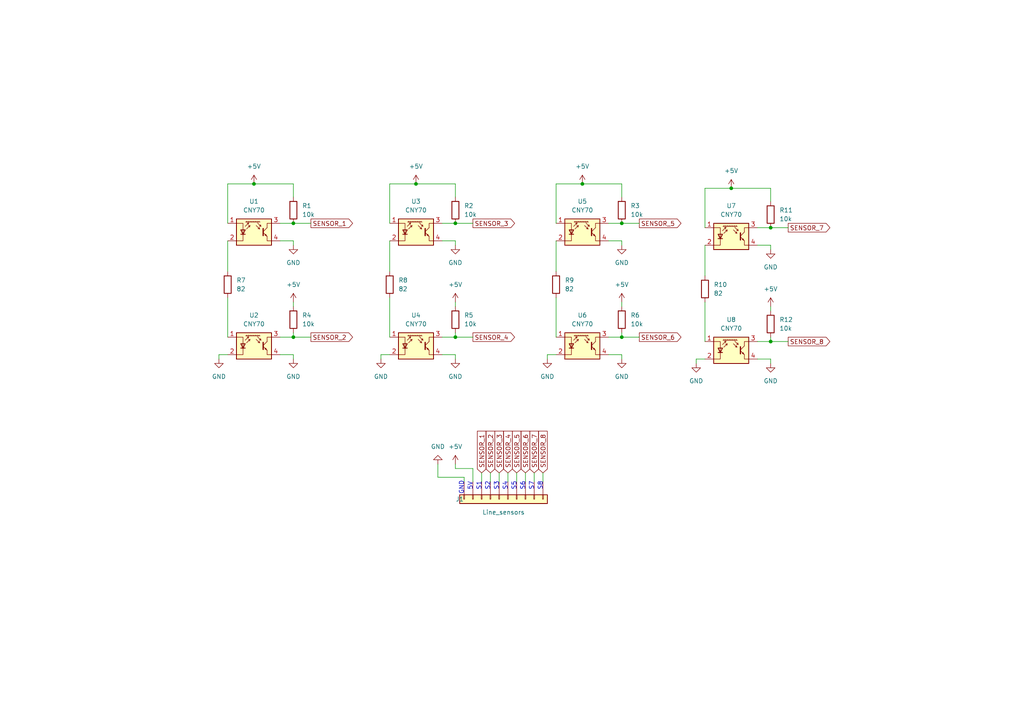
<source format=kicad_sch>
(kicad_sch (version 20230121) (generator eeschema)
  (paper "A4")
  (lib_symbols
    (symbol "Connector_Generic:Conn_01x10" (pin_numbers hide) (pin_names (offset 1.016) hide)
      (property "Reference" "J" (at 0 12.7 0))
      (property "Value" "Conn_01x10" (at 0 -15.24 0))
      (symbol "Conn_01x10_1_1"
        (rectangle (start -1.27 -12.573) (end 0 -12.827) (stroke (width 0.1524)))
        (rectangle (start -1.27 -10.033) (end 0 -10.287) (stroke (width 0.1524)))
        (rectangle (start -1.27 -7.493) (end 0 -7.747) (stroke (width 0.1524)))
        (rectangle (start -1.27 -4.953) (end 0 -5.207) (stroke (width 0.1524)))
        (rectangle (start -1.27 -2.413) (end 0 -2.667) (stroke (width 0.1524)))
        (rectangle (start -1.27 0.127) (end 0 -0.127) (stroke (width 0.1524)))
        (rectangle (start -1.27 2.667) (end 0 2.413) (stroke (width 0.1524)))
        (rectangle (start -1.27 5.207) (end 0 4.953) (stroke (width 0.1524)))
        (rectangle (start -1.27 7.747) (end 0 7.493) (stroke (width 0.1524)))
        (rectangle (start -1.27 10.287) (end 0 10.033) (stroke (width 0.1524)))
        (rectangle (start -1.27 11.43) (end 1.27 -13.97) (stroke (width 0.254)) (fill (type background)))
        (pin passive line (at -5.08 10.16 0) (length 3.81) (name "Pin_1") (number "1"))
        (pin passive line (at -5.08 -12.7 0) (length 3.81) (name "Pin_10") (number "10"))
        (pin passive line (at -5.08 7.62 0) (length 3.81) (name "Pin_2") (number "2"))
        (pin passive line (at -5.08 5.08 0) (length 3.81) (name "Pin_3") (number "3"))
        (pin passive line (at -5.08 2.54 0) (length 3.81) (name "Pin_4") (number "4"))
        (pin passive line (at -5.08 0 0) (length 3.81) (name "Pin_5") (number "5"))
        (pin passive line (at -5.08 -2.54 0) (length 3.81) (name "Pin_6") (number "6"))
        (pin passive line (at -5.08 -5.08 0) (length 3.81) (name "Pin_7") (number "7"))
        (pin passive line (at -5.08 -7.62 0) (length 3.81) (name "Pin_8") (number "8"))
        (pin passive line (at -5.08 -10.16 0) (length 3.81) (name "Pin_9") (number "9"))
      )
    )
    (symbol "Device:R" (pin_numbers hide) (pin_names (offset 0))
      (property "Reference" "R" (at 2.032 0 90))
      (property "Value" "R" (at 0 0 90))
      (symbol "R_0_1"
        (rectangle (start -1.016 -2.54) (end 1.016 2.54) (stroke (width 0.254)))
      )
      (symbol "R_1_1"
        (pin passive line (at 0 3.81 270) (length 1.27) (name "~") (number "1"))
        (pin passive line (at 0 -3.81 90) (length 1.27) (name "~") (number "2"))
      )
    )
    (symbol "Sensor_Proximity:CNY70" (pin_names (offset 1.016) hide)
      (property "Reference" "U" (at -5.08 5.08 0))
      (property "Value" "CNY70" (at 5.08 5.08 0))
      (symbol "CNY70_0_1"
        (polyline (pts (xy -3.81 -0.635) (xy -2.54 -0.635)) (stroke (width 0.254)))
        (polyline (pts (xy -2.286 2.921) (xy -2.032 3.175)))
        (polyline (pts (xy -1.778 2.921) (xy -1.524 3.175)))
        (polyline (pts (xy -1.524 2.667) (xy -1.651 2.159)))
        (polyline (pts (xy -1.27 2.921) (xy -1.016 3.175)))
        (polyline (pts (xy -1.143 1.905) (xy -1.27 1.397)))
        (polyline (pts (xy -0.762 2.921) (xy -0.508 3.175)))
        (polyline (pts (xy -0.254 2.921) (xy 0 3.175)))
        (polyline (pts (xy 0.254 2.921) (xy 0.508 3.175)))
        (polyline (pts (xy 0.762 2.921) (xy 1.016 3.175)))
        (polyline (pts (xy 1.27 2.921) (xy 1.524 3.175)))
        (polyline (pts (xy 1.651 0.889) (xy 1.143 1.016)))
        (polyline (pts (xy 1.778 2.921) (xy -2.413 2.921)))
        (polyline (pts (xy 2.032 1.651) (xy 1.524 1.778)))
        (polyline (pts (xy 2.667 -0.127) (xy 3.81 -1.27)))
        (polyline (pts (xy 2.667 0.127) (xy 3.81 1.27)))
        (polyline (pts (xy -2.54 1.651) (xy -1.524 2.667) (xy -2.032 2.54)))
        (polyline (pts (xy -2.159 0.889) (xy -1.143 1.905) (xy -1.651 1.778)))
        (polyline (pts (xy 0.635 1.905) (xy 1.651 0.889) (xy 1.524 1.397)))
        (polyline (pts (xy 1.016 2.667) (xy 2.032 1.651) (xy 1.905 2.159)))
        (polyline (pts (xy 2.667 1.016) (xy 2.667 -1.016) (xy 2.667 -1.016)) (stroke (width 0.3556)))
        (polyline (pts (xy 3.81 -1.27) (xy 3.81 -2.54) (xy 5.08 -2.54)))
        (polyline (pts (xy 3.81 1.27) (xy 3.81 2.54) (xy 5.08 2.54)))
        (polyline (pts (xy -5.08 -2.54) (xy -3.175 -2.54) (xy -3.175 2.54) (xy -5.08 2.54)))
        (polyline (pts (xy -3.175 -0.635) (xy -3.81 0.635) (xy -2.54 0.635) (xy -3.175 -0.635)) (stroke (width 0.254)))
        (polyline (pts (xy 3.683 -1.143) (xy 3.429 -0.635) (xy 3.175 -0.889) (xy 3.683 -1.143)))
        (polyline (pts (xy -5.08 -3.81) (xy 5.08 -3.81) (xy 5.08 3.81) (xy -5.08 3.81) (xy -5.08 -3.81)) (stroke (width 0.254)) (fill (type background)))
      )
      (symbol "CNY70_1_1"
        (pin passive line (at -7.62 2.54 0) (length 2.54) (name "A") (number "1"))
        (pin passive line (at -7.62 -2.54 0) (length 2.54) (name "K") (number "2"))
        (pin open_collector line (at 7.62 2.54 180) (length 2.54) (name "C") (number "3"))
        (pin open_emitter line (at 7.62 -2.54 180) (length 2.54) (name "E") (number "4"))
      )
    )
    (symbol "power:+5V" (power) (pin_names (offset 0))
      (property "Value" "+5V" (at 0 3.556 0))
      (symbol "+5V_0_1"
        (polyline (pts (xy -0.762 1.27) (xy 0 2.54)))
        (polyline (pts (xy 0 0) (xy 0 2.54)))
        (polyline (pts (xy 0 2.54) (xy 0.762 1.27)))
      )
      (symbol "+5V_1_1"
        (pin power_in line (at 0 0 90) (length 0) hide (name "+5V") (number "1"))
      )
    )
    (symbol "power:GND" (power) (pin_names (offset 0))
      (property "Value" "GND" (at 0 -3.81 0))
      (symbol "GND_0_1"
        (polyline (pts (xy 0 0) (xy 0 -1.27) (xy 1.27 -1.27) (xy 0 -2.54) (xy -1.27 -1.27) (xy 0 -1.27)))
      )
      (symbol "GND_1_1"
        (pin power_in line (at 0 0 270) (length 0) hide (name "GND") (number "1"))
      )
    )
  )
  (junction (at 180.34 64.77))
  (junction (at 132.08 64.77))
  (junction (at 120.65 53.34))
  (junction (at 132.08 97.79))
  (junction (at 73.66 53.34))
  (junction (at 223.52 99.06))
  (junction (at 180.34 97.79))
  (junction (at 85.09 97.79))
  (junction (at 168.91 53.34))
  (junction (at 212.09 54.61))
  (junction (at 223.52 66.04))
  (junction (at 85.09 64.77))
  (wire (pts (xy 157.48 137.16) (xy 157.48 139.7)))
  (wire (pts (xy 223.52 97.79) (xy 223.52 99.06)))
  (wire (pts (xy 180.34 102.87) (xy 180.34 104.14)))
  (wire (pts (xy 176.53 102.87) (xy 180.34 102.87)))
  (wire (pts (xy 223.52 58.42) (xy 223.52 54.61)))
  (wire (pts (xy 219.71 66.04) (xy 223.52 66.04)))
  (wire (pts (xy 219.71 104.14) (xy 223.52 104.14)))
  (wire (pts (xy 158.75 102.87) (xy 158.75 104.14)))
  (wire (pts (xy 81.28 97.79) (xy 85.09 97.79)))
  (wire (pts (xy 201.93 104.14) (xy 201.93 105.41)))
  (wire (pts (xy 180.34 88.9) (xy 180.34 87.63)))
  (wire (pts (xy 113.03 86.36) (xy 113.03 97.79)))
  (wire (pts (xy 161.29 102.87) (xy 158.75 102.87)))
  (wire (pts (xy 66.04 69.85) (xy 66.04 78.74)))
  (wire (pts (xy 180.34 96.52) (xy 180.34 97.79)))
  (wire (pts (xy 81.28 69.85) (xy 85.09 69.85)))
  (wire (pts (xy 180.34 57.15) (xy 180.34 53.34)))
  (wire (pts (xy 132.08 96.52) (xy 132.08 97.79)))
  (wire (pts (xy 219.71 99.06) (xy 223.52 99.06)))
  (wire (pts (xy 204.47 54.61) (xy 212.09 54.61)))
  (wire (pts (xy 204.47 87.63) (xy 204.47 99.06)))
  (wire (pts (xy 223.52 54.61) (xy 212.09 54.61)))
  (wire (pts (xy 219.71 71.12) (xy 223.52 71.12)))
  (wire (pts (xy 113.03 102.87) (xy 110.49 102.87)))
  (wire (pts (xy 223.52 104.14) (xy 223.52 105.41)))
  (wire (pts (xy 132.08 57.15) (xy 132.08 53.34)))
  (wire (pts (xy 147.32 137.16) (xy 147.32 139.7)))
  (wire (pts (xy 180.34 69.85) (xy 180.34 71.12)))
  (wire (pts (xy 180.34 97.79) (xy 185.42 97.79)))
  (wire (pts (xy 161.29 86.36) (xy 161.29 97.79)))
  (wire (pts (xy 176.53 69.85) (xy 180.34 69.85)))
  (wire (pts (xy 66.04 86.36) (xy 66.04 97.79)))
  (wire (pts (xy 204.47 71.12) (xy 204.47 80.01)))
  (wire (pts (xy 128.27 64.77) (xy 132.08 64.77)))
  (wire (pts (xy 149.86 137.16) (xy 149.86 139.7)))
  (wire (pts (xy 85.09 69.85) (xy 85.09 71.12)))
  (wire (pts (xy 81.28 64.77) (xy 85.09 64.77)))
  (wire (pts (xy 113.03 69.85) (xy 113.03 78.74)))
  (wire (pts (xy 132.08 88.9) (xy 132.08 87.63)))
  (wire (pts (xy 113.03 64.77) (xy 113.03 53.34)))
  (wire (pts (xy 66.04 102.87) (xy 63.5 102.87)))
  (wire (pts (xy 161.29 53.34) (xy 168.91 53.34)))
  (wire (pts (xy 204.47 66.04) (xy 204.47 54.61)))
  (wire (pts (xy 223.52 71.12) (xy 223.52 72.39)))
  (wire (pts (xy 223.52 90.17) (xy 223.52 88.9)))
  (wire (pts (xy 132.08 135.89) (xy 137.16 135.89)))
  (wire (pts (xy 85.09 53.34) (xy 73.66 53.34)))
  (wire (pts (xy 144.78 137.16) (xy 144.78 139.7)))
  (wire (pts (xy 176.53 64.77) (xy 180.34 64.77)))
  (wire (pts (xy 85.09 102.87) (xy 85.09 104.14)))
  (wire (pts (xy 132.08 64.77) (xy 137.16 64.77)))
  (wire (pts (xy 85.09 97.79) (xy 90.17 97.79)))
  (wire (pts (xy 128.27 69.85) (xy 132.08 69.85)))
  (wire (pts (xy 85.09 57.15) (xy 85.09 53.34)))
  (wire (pts (xy 161.29 64.77) (xy 161.29 53.34)))
  (wire (pts (xy 134.62 138.43) (xy 134.62 139.7)))
  (wire (pts (xy 152.4 137.16) (xy 152.4 139.7)))
  (wire (pts (xy 139.7 137.16) (xy 139.7 139.7)))
  (wire (pts (xy 128.27 97.79) (xy 132.08 97.79)))
  (wire (pts (xy 180.34 64.77) (xy 185.42 64.77)))
  (wire (pts (xy 85.09 64.77) (xy 90.17 64.77)))
  (wire (pts (xy 180.34 53.34) (xy 168.91 53.34)))
  (wire (pts (xy 223.52 66.04) (xy 228.6 66.04)))
  (wire (pts (xy 132.08 134.62) (xy 132.08 135.89)))
  (wire (pts (xy 142.24 137.16) (xy 142.24 139.7)))
  (wire (pts (xy 154.94 137.16) (xy 154.94 139.7)))
  (wire (pts (xy 132.08 53.34) (xy 120.65 53.34)))
  (wire (pts (xy 85.09 96.52) (xy 85.09 97.79)))
  (wire (pts (xy 204.47 104.14) (xy 201.93 104.14)))
  (wire (pts (xy 63.5 102.87) (xy 63.5 104.14)))
  (wire (pts (xy 137.16 135.89) (xy 137.16 139.7)))
  (wire (pts (xy 85.09 88.9) (xy 85.09 87.63)))
  (wire (pts (xy 127 134.62) (xy 127 138.43)))
  (wire (pts (xy 127 138.43) (xy 134.62 138.43)))
  (wire (pts (xy 223.52 99.06) (xy 228.6 99.06)))
  (wire (pts (xy 176.53 97.79) (xy 180.34 97.79)))
  (wire (pts (xy 128.27 102.87) (xy 132.08 102.87)))
  (wire (pts (xy 132.08 69.85) (xy 132.08 71.12)))
  (wire (pts (xy 132.08 97.79) (xy 137.16 97.79)))
  (wire (pts (xy 132.08 102.87) (xy 132.08 104.14)))
  (wire (pts (xy 66.04 64.77) (xy 66.04 53.34)))
  (wire (pts (xy 161.29 69.85) (xy 161.29 78.74)))
  (wire (pts (xy 113.03 53.34) (xy 120.65 53.34)))
  (wire (pts (xy 110.49 102.87) (xy 110.49 104.14)))
  (wire (pts (xy 81.28 102.87) (xy 85.09 102.87)))
  (wire (pts (xy 66.04 53.34) (xy 73.66 53.34)))
  (text "S6" (at 152.4 142.24 90) (effects (font (size 1.27 1.27)) (justify left bottom)))
  (text "S1" (at 139.7 142.24 90) (effects (font (size 1.27 1.27)) (justify left bottom)))
  (text "S4" (at 147.32 142.24 90) (effects (font (size 1.27 1.27)) (justify left bottom)))
  (text "S5" (at 149.86 142.24 90) (effects (font (size 1.27 1.27)) (justify left bottom)))
  (text "S8" (at 157.48 142.24 90) (effects (font (size 1.27 1.27)) (justify left bottom)))
  (text "S3" (at 144.78 142.24 90) (effects (font (size 1.27 1.27)) (justify left bottom)))
  (text "S2" (at 142.24 142.24 90) (effects (font (size 1.27 1.27)) (justify left bottom)))
  (text "S7" (at 154.94 142.24 90) (effects (font (size 1.27 1.27)) (justify left bottom)))
  (text "GND" (at 134.62 143.51 90) (effects (font (size 1.27 1.27)) (justify left bottom)))
  (text "5V" (at 137.16 142.24 90) (effects (font (size 1.27 1.27)) (justify left bottom)))
  (global_label "SENSOR_4" (shape output) (at 137.16 97.79 0) (property "Intersheetrefs" "${INTERSHEET_REFS}" (effects hide)))
  (global_label "SENSOR_3" (shape output) (at 137.16 64.77 0) (property "Intersheetrefs" "${INTERSHEET_REFS}" (effects hide)))
  (global_label "SENSOR_5" (shape input) (at 149.86 137.16 90) (property "Intersheetrefs" "${INTERSHEET_REFS}" (effects hide)))
  (global_label "SENSOR_2" (shape input) (at 142.24 137.16 90) (property "Intersheetrefs" "${INTERSHEET_REFS}" (effects hide)))
  (global_label "SENSOR_7" (shape input) (at 154.94 137.16 90) (property "Intersheetrefs" "${INTERSHEET_REFS}" (effects hide)))
  (global_label "SENSOR_1" (shape output) (at 90.17 64.77 0) (property "Intersheetrefs" "${INTERSHEET_REFS}" (effects hide)))
  (global_label "SENSOR_1" (shape input) (at 139.7 137.16 90) (property "Intersheetrefs" "${INTERSHEET_REFS}" (effects hide)))
  (global_label "SENSOR_4" (shape input) (at 147.32 137.16 90) (property "Intersheetrefs" "${INTERSHEET_REFS}" (effects hide)))
  (global_label "SENSOR_6" (shape input) (at 152.4 137.16 90) (property "Intersheetrefs" "${INTERSHEET_REFS}" (effects hide)))
  (global_label "SENSOR_2" (shape output) (at 90.17 97.79 0) (property "Intersheetrefs" "${INTERSHEET_REFS}" (effects hide)))
  (global_label "SENSOR_6" (shape output) (at 185.42 97.79 0) (property "Intersheetrefs" "${INTERSHEET_REFS}" (effects hide)))
  (global_label "SENSOR_5" (shape output) (at 185.42 64.77 0) (property "Intersheetrefs" "${INTERSHEET_REFS}" (effects hide)))
  (global_label "SENSOR_8" (shape input) (at 157.48 137.16 90) (property "Intersheetrefs" "${INTERSHEET_REFS}" (effects hide)))
  (global_label "SENSOR_3" (shape input) (at 144.78 137.16 90) (property "Intersheetrefs" "${INTERSHEET_REFS}" (effects hide)))
  (global_label "SENSOR_8" (shape output) (at 228.6 99.06 0) (property "Intersheetrefs" "${INTERSHEET_REFS}" (effects hide)))
  (global_label "SENSOR_7" (shape output) (at 228.6 66.04 0) (property "Intersheetrefs" "${INTERSHEET_REFS}" (effects hide)))
  (symbol (lib_id "Device:R") (at 85.09 92.71 0) (unit 1)
    (property "Reference" "R4" (at 87.63 91.44 0) (effects (justify left)))
    (property "Value" "10k" (at 87.63 93.98 0) (effects (justify left)))
    (property "Footprint" "Resistor_SMD:R_1206_3216Metric_Pad1.30x1.75mm_HandSolder" (effects hide))
  )
  (symbol (lib_id "Sensor_Proximity:CNY70") (at 212.09 101.6 0) (unit 1)
    (property "Reference" "U8" (at 212.09 92.71 0))
    (property "Value" "CNY70" (at 212.09 95.25 0))
    (property "Footprint" "OptoDevice:Vishay_CNY70" (effects hide))
    (property "Datasheet" "https://www.vishay.com/docs/83751/cny70.pdf" (effects hide))
  )
  (symbol (lib_id "power:+5V") (at 223.52 88.9 0) (unit 1)
    (property "Reference" "#PWR021" (effects hide))
    (property "Value" "+5V" (at 223.52 83.82 0))
  )
  (symbol (lib_id "power:+5V") (at 120.65 53.34 0) (unit 1)
    (property "Reference" "#PWR02" (effects hide))
    (property "Value" "+5V" (at 120.65 48.26 0))
  )
  (symbol (lib_id "Sensor_Proximity:CNY70") (at 168.91 67.31 0) (unit 1)
    (property "Reference" "U5" (at 168.91 58.42 0))
    (property "Value" "CNY70" (at 168.91 60.96 0))
    (property "Footprint" "OptoDevice:Vishay_CNY70" (effects hide))
    (property "Datasheet" "https://www.vishay.com/docs/83751/cny70.pdf" (effects hide))
  )
  (symbol (lib_id "Device:R") (at 223.52 93.98 0) (unit 1)
    (property "Reference" "R12" (at 226.06 92.71 0) (effects (justify left)))
    (property "Value" "10k" (at 226.06 95.25 0) (effects (justify left)))
    (property "Footprint" "Resistor_SMD:R_1206_3216Metric_Pad1.30x1.75mm_HandSolder" (effects hide))
  )
  (symbol (lib_id "Device:R") (at 132.08 92.71 0) (unit 1)
    (property "Reference" "R5" (at 134.62 91.44 0) (effects (justify left)))
    (property "Value" "10k" (at 134.62 93.98 0) (effects (justify left)))
    (property "Footprint" "Resistor_SMD:R_1206_3216Metric_Pad1.30x1.75mm_HandSolder" (effects hide))
  )
  (symbol (lib_id "power:+5V") (at 212.09 54.61 0) (unit 1)
    (property "Reference" "#PWR019" (effects hide))
    (property "Value" "+5V" (at 212.09 49.53 0))
  )
  (symbol (lib_id "Device:R") (at 113.03 82.55 0) (unit 1)
    (property "Reference" "R8" (at 115.57 81.28 0) (effects (justify left)))
    (property "Value" "82" (at 115.57 83.82 0) (effects (justify left)))
    (property "Footprint" "Resistor_SMD:R_1206_3216Metric_Pad1.30x1.75mm_HandSolder" (effects hide))
  )
  (symbol (lib_id "power:GND") (at 223.52 72.39 0) (unit 1)
    (property "Reference" "#PWR020" (effects hide))
    (property "Value" "GND" (at 223.52 77.47 0))
  )
  (symbol (lib_id "power:GND") (at 85.09 104.14 0) (unit 1)
    (property "Reference" "#PWR010" (effects hide))
    (property "Value" "GND" (at 85.09 109.22 0))
  )
  (symbol (lib_id "Device:R") (at 161.29 82.55 0) (unit 1)
    (property "Reference" "R9" (at 163.83 81.28 0) (effects (justify left)))
    (property "Value" "82" (at 163.83 83.82 0) (effects (justify left)))
    (property "Footprint" "Resistor_SMD:R_1206_3216Metric_Pad1.30x1.75mm_HandSolder" (effects hide))
  )
  (symbol (lib_id "Device:R") (at 180.34 60.96 0) (unit 1)
    (property "Reference" "R3" (at 182.88 59.69 0) (effects (justify left)))
    (property "Value" "10k" (at 182.88 62.23 0) (effects (justify left)))
    (property "Footprint" "Resistor_SMD:R_1206_3216Metric_Pad1.30x1.75mm_HandSolder" (effects hide))
  )
  (symbol (lib_id "power:+5V") (at 132.08 134.62 0) (unit 1)
    (property "Reference" "#PWR04" (effects hide))
    (property "Value" "+5V" (at 132.08 129.54 0))
  )
  (symbol (lib_id "Sensor_Proximity:CNY70") (at 120.65 67.31 0) (unit 1)
    (property "Reference" "U3" (at 120.65 58.42 0))
    (property "Value" "CNY70" (at 120.65 60.96 0))
    (property "Footprint" "OptoDevice:Vishay_CNY70" (effects hide))
    (property "Datasheet" "https://www.vishay.com/docs/83751/cny70.pdf" (effects hide))
  )
  (symbol (lib_id "power:GND") (at 132.08 71.12 0) (unit 1)
    (property "Reference" "#PWR03" (effects hide))
    (property "Value" "GND" (at 132.08 76.2 0))
  )
  (symbol (lib_id "Device:R") (at 132.08 60.96 0) (unit 1)
    (property "Reference" "R2" (at 134.62 59.69 0) (effects (justify left)))
    (property "Value" "10k" (at 134.62 62.23 0) (effects (justify left)))
    (property "Footprint" "Resistor_SMD:R_1206_3216Metric_Pad1.30x1.75mm_HandSolder" (effects hide))
  )
  (symbol (lib_id "power:GND") (at 63.5 104.14 0) (unit 1)
    (property "Reference" "#PWR011" (effects hide))
    (property "Value" "GND" (at 63.5 109.22 0))
  )
  (symbol (lib_id "Device:R") (at 85.09 60.96 0) (unit 1)
    (property "Reference" "R1" (at 87.63 59.69 0) (effects (justify left)))
    (property "Value" "10k" (at 87.63 62.23 0) (effects (justify left)))
    (property "Footprint" "Resistor_SMD:R_1206_3216Metric_Pad1.30x1.75mm_HandSolder" (effects hide))
  )
  (symbol (lib_id "Connector_Generic:Conn_01x10") (at 147.32 144.78 270) (unit 1)
    (property "Reference" "J1" (at 133.35 144.78 90))
    (property "Value" "Line_sensors" (at 146.05 148.59 90))
    (property "Footprint" "Connector_FFC-FPC:TE_1-84952-0_1x10-1MP_P1.0mm_Horizontal" (effects hide))
  )
  (symbol (lib_id "power:+5V") (at 132.08 87.63 0) (unit 1)
    (property "Reference" "#PWR013" (effects hide))
    (property "Value" "+5V" (at 132.08 82.55 0))
  )
  (symbol (lib_id "Sensor_Proximity:CNY70") (at 73.66 100.33 0) (unit 1)
    (property "Reference" "U2" (at 73.66 91.44 0))
    (property "Value" "CNY70" (at 73.66 93.98 0))
    (property "Footprint" "OptoDevice:Vishay_CNY70" (effects hide))
    (property "Datasheet" "https://www.vishay.com/docs/83751/cny70.pdf" (effects hide))
  )
  (symbol (lib_id "Device:R") (at 180.34 92.71 0) (unit 1)
    (property "Reference" "R6" (at 182.88 91.44 0) (effects (justify left)))
    (property "Value" "10k" (at 182.88 93.98 0) (effects (justify left)))
    (property "Footprint" "Resistor_SMD:R_1206_3216Metric_Pad1.30x1.75mm_HandSolder" (effects hide))
  )
  (symbol (lib_id "power:GND") (at 180.34 71.12 0) (unit 1)
    (property "Reference" "#PWR08" (effects hide))
    (property "Value" "GND" (at 180.34 76.2 0))
  )
  (symbol (lib_id "Sensor_Proximity:CNY70") (at 73.66 67.31 0) (unit 1)
    (property "Reference" "U1" (at 73.66 58.42 0))
    (property "Value" "CNY70" (at 73.66 60.96 0))
    (property "Footprint" "OptoDevice:Vishay_CNY70" (effects hide))
    (property "Datasheet" "https://www.vishay.com/docs/83751/cny70.pdf" (effects hide))
  )
  (symbol (lib_id "power:GND") (at 158.75 104.14 0) (unit 1)
    (property "Reference" "#PWR015" (effects hide))
    (property "Value" "GND" (at 158.75 109.22 0))
  )
  (symbol (lib_id "power:GND") (at 180.34 104.14 0) (unit 1)
    (property "Reference" "#PWR017" (effects hide))
    (property "Value" "GND" (at 180.34 109.22 0))
  )
  (symbol (lib_id "Sensor_Proximity:CNY70") (at 168.91 100.33 0) (unit 1)
    (property "Reference" "U6" (at 168.91 91.44 0))
    (property "Value" "CNY70" (at 168.91 93.98 0))
    (property "Footprint" "OptoDevice:Vishay_CNY70" (effects hide))
    (property "Datasheet" "https://www.vishay.com/docs/83751/cny70.pdf" (effects hide))
  )
  (symbol (lib_id "power:GND") (at 127 134.62 180) (unit 1)
    (property "Reference" "#PWR05" (effects hide))
    (property "Value" "GND" (at 127 129.54 0))
  )
  (symbol (lib_id "Sensor_Proximity:CNY70") (at 212.09 68.58 0) (unit 1)
    (property "Reference" "U7" (at 212.09 59.69 0))
    (property "Value" "CNY70" (at 212.09 62.23 0))
    (property "Footprint" "OptoDevice:Vishay_CNY70" (effects hide))
    (property "Datasheet" "https://www.vishay.com/docs/83751/cny70.pdf" (effects hide))
  )
  (symbol (lib_id "power:GND") (at 201.93 105.41 0) (unit 1)
    (property "Reference" "#PWR018" (effects hide))
    (property "Value" "GND" (at 201.93 110.49 0))
  )
  (symbol (lib_id "power:GND") (at 85.09 71.12 0) (unit 1)
    (property "Reference" "#PWR06" (effects hide))
    (property "Value" "GND" (at 85.09 76.2 0))
  )
  (symbol (lib_id "Sensor_Proximity:CNY70") (at 120.65 100.33 0) (unit 1)
    (property "Reference" "U4" (at 120.65 91.44 0))
    (property "Value" "CNY70" (at 120.65 93.98 0))
    (property "Footprint" "OptoDevice:Vishay_CNY70" (effects hide))
    (property "Datasheet" "https://www.vishay.com/docs/83751/cny70.pdf" (effects hide))
  )
  (symbol (lib_id "power:GND") (at 223.52 105.41 0) (unit 1)
    (property "Reference" "#PWR022" (effects hide))
    (property "Value" "GND" (at 223.52 110.49 0))
  )
  (symbol (lib_id "Device:R") (at 66.04 82.55 0) (unit 1)
    (property "Reference" "R7" (at 68.58 81.28 0) (effects (justify left)))
    (property "Value" "82" (at 68.58 83.82 0) (effects (justify left)))
    (property "Footprint" "Resistor_SMD:R_1206_3216Metric_Pad1.30x1.75mm_HandSolder" (effects hide))
  )
  (symbol (lib_id "power:+5V") (at 180.34 87.63 0) (unit 1)
    (property "Reference" "#PWR016" (effects hide))
    (property "Value" "+5V" (at 180.34 82.55 0))
  )
  (symbol (lib_id "power:+5V") (at 168.91 53.34 0) (unit 1)
    (property "Reference" "#PWR07" (effects hide))
    (property "Value" "+5V" (at 168.91 48.26 0))
  )
  (symbol (lib_id "power:GND") (at 132.08 104.14 0) (unit 1)
    (property "Reference" "#PWR014" (effects hide))
    (property "Value" "GND" (at 132.08 109.22 0))
  )
  (symbol (lib_id "power:+5V") (at 73.66 53.34 0) (unit 1)
    (property "Reference" "#PWR01" (effects hide))
    (property "Value" "+5V" (at 73.66 48.26 0))
  )
  (symbol (lib_id "Device:R") (at 204.47 83.82 0) (unit 1)
    (property "Reference" "R10" (at 207.01 82.55 0) (effects (justify left)))
    (property "Value" "82" (at 207.01 85.09 0) (effects (justify left)))
    (property "Footprint" "Resistor_SMD:R_1206_3216Metric_Pad1.30x1.75mm_HandSolder" (effects hide))
  )
  (symbol (lib_id "power:+5V") (at 85.09 87.63 0) (unit 1)
    (property "Reference" "#PWR09" (effects hide))
    (property "Value" "+5V" (at 85.09 82.55 0))
  )
  (symbol (lib_id "power:GND") (at 110.49 104.14 0) (unit 1)
    (property "Reference" "#PWR012" (effects hide))
    (property "Value" "GND" (at 110.49 109.22 0))
  )
  (symbol (lib_id "Device:R") (at 223.52 62.23 0) (unit 1)
    (property "Reference" "R11" (at 226.06 60.96 0) (effects (justify left)))
    (property "Value" "10k" (at 226.06 63.5 0) (effects (justify left)))
    (property "Footprint" "Resistor_SMD:R_1206_3216Metric_Pad1.30x1.75mm_HandSolder" (effects hide))
  )
)
</source>
